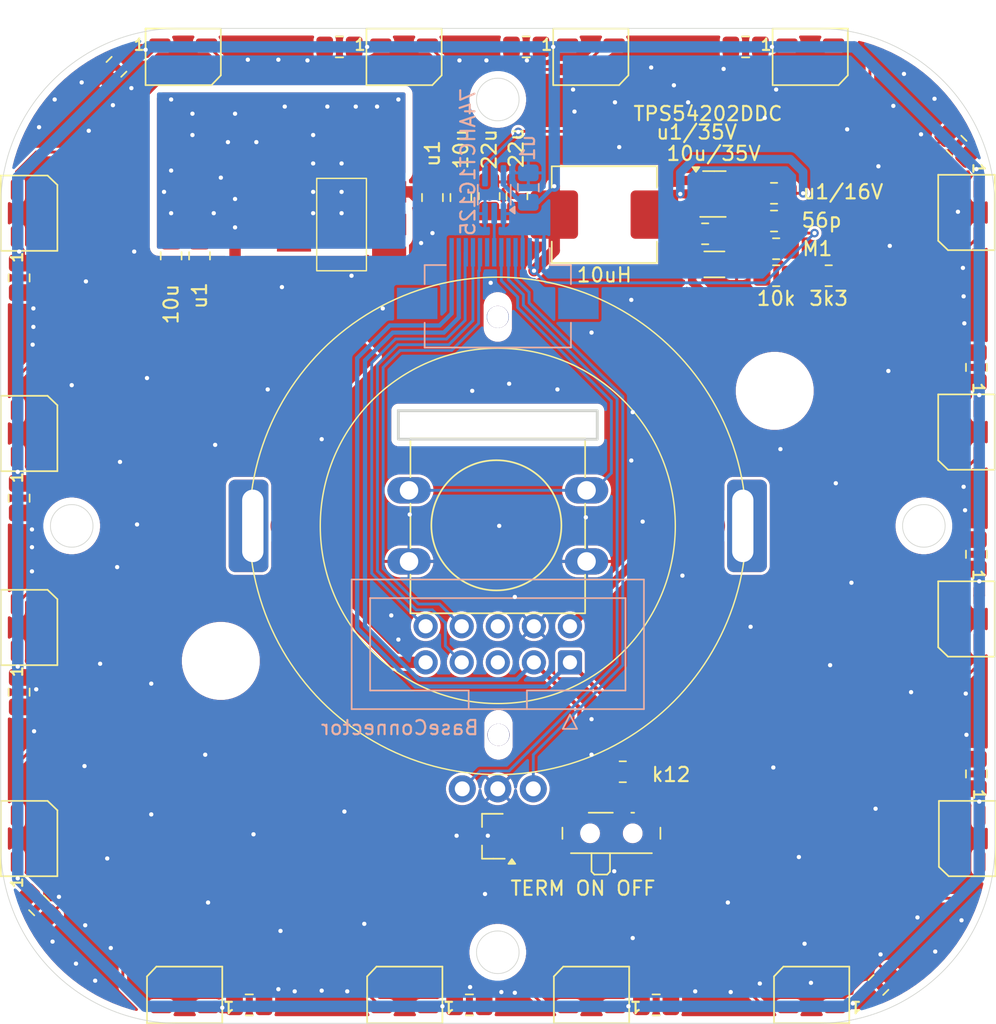
<source format=kicad_pcb>
(kicad_pcb (version 20241229) (generator "pcbnew") (generator_version "9.0")
  (layers (0 "F.Cu" signal) (2 "B.Cu" signal) (13 "F.Paste" user) (15 "B.Paste" user) (5 "F.SilkS" user "F.Silkscreen") (7 "B.SilkS" user "B.Silkscreen") (1 "F.Mask" user) (3 "B.Mask" user) (25 "Edge.Cuts" user))
  (net 0 "")
  (net 1 "CANL")
  (net 2 "CANH")
  (net 3 "GND")
  (net 4 "+24V")
  (net 5 "+5V")
  (net 6 "/PSU_SW")
  (net 7 "SCL_EXT")
  (net 8 "B")
  (net 9 "A")
  (net 10 "SDA_EXT")
  (net 11 "S")
  (net 12 "+3V3")
  (net 13 "/BOOT")
  (net 14 "/FB")
  (net 15 "Net-(D2-DOUT)")
  (net 16 "Net-(D2-DIN)")
  (net 17 "Net-(D3-DOUT)")
  (net 18 "Net-(D4-DOUT)")
  (net 19 "Net-(D5-DOUT)")
  (net 20 "Net-(D6-DOUT)")
  (net 21 "Net-(D7-DOUT)")
  (net 22 "Net-(D8-DOUT)")
  (net 23 "Net-(D10-DIN)")
  (net 24 "Net-(D10-DOUT)")
  (net 25 "Net-(D11-DOUT)")
  (net 26 "Net-(D12-DOUT)")
  (net 27 "Net-(D13-DOUT)")
  (net 28 "Net-(D14-DOUT)")
  (net 29 "Net-(D15-DOUT)")
  (net 30 "Net-(D16-DOUT)")
  (net 31 "BaseIO1")
  (net 32 "BaseIO2")
  (net 33 "Onewire")
  (net 34 "Net-(R49-Pad2)")
  (net 37 "IO10")
  (net 38 "IO11")
  (net 39 "Net-(SW2-B)")
  (footprint "liebler_MECH:Button_12mm_ANCHOR_CENTER" (layer "F.Cu") (at 100 100 180)
    (property "Reference" "SW1" (hide yes))
    (property "Value" "SW_Push")
  )
  (footprint "Capacitor_SMD:C_0805_2012Metric_Pad1.18x1.45mm_HandSolder" (layer "F.Cu") (at 88.85 66.3)
    (property "Reference" "C15" (hide yes))
    (property "Value" "u1")
  )
  (footprint "Capacitor_SMD:C_0805_2012Metric_Pad1.18x1.45mm_HandSolder" (layer "F.Cu") (at 67.7 126.7 135)
    (property "Reference" "C20" (hide yes))
    (property "Value" "u1")
  )
  (footprint "liebler_MECH:SW_SPDT_PCM12_handsolder" (layer "F.Cu") (at 108 121.3)
    (property "Reference" "SW2" (hide yes))
    (property "Value" "TERM ON OFF")
  )
  (footprint "Package_TO_SOT_SMD:SOT-23_Handsoldering" (layer "F.Cu") (at 99.65 121.8375 180)
    (property "Reference" "D1" (hide yes))
    (property "Value" "NUP2105L")
  )
  (footprint "LED_SMD:LED_WS2812B-Mini_PLCC4_3.5x3.5mm" (layer "F.Cu") (at 67 93.5 90)
    (property "Reference" "D6" (hide yes))
    (property "Value" "WS2812B")
  )
  (footprint "LED_SMD:LED_WS2812B-Mini_PLCC4_3.5x3.5mm" (layer "F.Cu") (at 122.1 133 180)
    (property "Reference" "D12" (hide yes))
    (property "Value" "WS2812B")
  )
  (footprint "MountingHole:MountingHole_5mm" (layer "F.Cu") (at 80.5 109.5)
    (property "Reference" "H1" (hide yes))
    (property "Value" "MountingHole")
  )
  (footprint "LED_SMD:LED_WS2812B-Mini_PLCC4_3.5x3.5mm" (layer "F.Cu") (at 67 107.15 90)
    (property "Reference" "D7" (hide yes))
    (property "Value" "WS2812B")
  )
  (footprint "Capacitor_SMD:C_0805_2012Metric_Pad1.18x1.45mm_HandSolder" (layer "F.Cu") (at 98 133.7 180)
    (property "Reference" "C22" (hide yes))
    (property "Value" "u1")
  )
  (footprint "LED_SMD:LED_WS2812B-Mini_PLCC4_3.5x3.5mm" (layer "F.Cu") (at 133.05 122 -90)
    (property "Reference" "D13" (hide yes))
    (property "Value" "WS2812B")
  )
  (footprint "Capacitor_SMD:C_0805_2012Metric_Pad1.18x1.45mm_HandSolder" (layer "F.Cu") (at 66.3 82.55 90)
    (property "Reference" "C17" (hide yes))
    (property "Value" "u1")
  )
  (footprint "Resistor_SMD:R_0805_2012Metric_Pad1.20x1.40mm_HandSolder" (layer "F.Cu") (at 119.45 76.6)
    (property "Reference" "C81" (hide yes))
    (property "Value" "u1/16V")
  )
  (footprint "Resistor_SMD:R_0805_2012Metric_Pad1.20x1.40mm_HandSolder" (layer "F.Cu") (at 114.6 79.45 180)
    (property "Reference" "C79" (hide yes))
    (property "Value" "u1/35V")
  )
  (footprint "Resistor_SMD:R_0805_2012Metric_Pad1.20x1.40mm_HandSolder" (layer "F.Cu") (at 108.8 117.3)
    (property "Reference" "R1" (hide yes))
    (property "Value" "k12")
  )
  (footprint "Resistor_SMD:R_0805_2012Metric_Pad1.20x1.40mm_HandSolder" (layer "F.Cu") (at 123.3 82.4 180)
    (property "Reference" "R49" (hide yes))
    (property "Value" "3k3")
  )
  (footprint "LED_SMD:LED_WS2812B-Mini_PLCC4_3.5x3.5mm" (layer "F.Cu") (at 133 93.4 -90)
    (property "Reference" "D15" (hide yes))
    (property "Value" "WS2812B")
  )
  (footprint "LED_SMD:LED_WS2812B-Mini_PLCC4_3.5x3.5mm" (layer "F.Cu") (at 77.85 67)
    (property "Reference" "D4" (hide yes))
    (property "Value" "WS2812B")
  )
  (footprint "Capacitor_SMD:C_0805_2012Metric_Pad1.18x1.45mm_HandSolder" (layer "F.Cu") (at 111.15 133.7 180)
    (property "Reference" "C23" (hide yes))
    (property "Value" "u1")
  )
  (footprint "Capacitor_SMD:C_0805_2012Metric_Pad1.18x1.45mm_HandSolder" (layer "F.Cu") (at 126.8 132.3 -135)
    (property "Reference" "C24" (hide yes))
    (property "Value" "u1")
  )
  (footprint "LED_SMD:LED_WS2812B-Mini_PLCC4_3.5x3.5mm" (layer "F.Cu") (at 133 106.55 -90)
    (property "Reference" "D14" (hide yes))
    (property "Value" "WS2812B")
  )
  (footprint "Capacitor_SMD:C_0805_2012Metric_Pad1.18x1.45mm_HandSolder" (layer "F.Cu") (at 73.15 67.7 45)
    (property "Reference" "C16" (hide yes))
    (property "Value" "u1")
  )
  (footprint "Capacitor_SMD:C_0805_2012Metric_Pad1.18x1.45mm_HandSolder" (layer "F.Cu") (at 132.3 73.25 -45)
    (property "Reference" "C28" (hide yes))
    (property "Value" "u1")
  )
  (footprint "Resistor_SMD:R_0805_2012Metric_Pad1.20x1.40mm_HandSolder" (layer "F.Cu") (at 99.4 76.8 90)
    (property "Reference" "C84" (hide yes))
    (property "Value" "22u")
  )
  (footprint "LED_SMD:LED_WS2812B-Mini_PLCC4_3.5x3.5mm" (layer "F.Cu") (at 93.45 133 180)
    (property "Reference" "D10" (hide yes))
    (property "Value" "WS2812B")
  )
  (footprint "Capacitor_SMD:C_0805_2012Metric_Pad1.18x1.45mm_HandSolder" (layer "F.Cu") (at 133.7 102 -90)
    (property "Reference" "C26" (hide yes))
    (property "Value" "u1")
  )
  (footprint "Capacitor_SMD:C_0805_2012Metric_Pad1.18x1.45mm_HandSolder" (layer "F.Cu") (at 133.7 88.85 -90)
    (property "Reference" "C27" (hide yes))
    (property "Value" "u1")
  )
  (footprint "LED_SMD:LED_WS2812B-Mini_PLCC4_3.5x3.5mm" (layer "F.Cu") (at 67 78 90)
    (property "Reference" "D5" (hide yes))
    (property "Value" "WS2812B")
  )
  (footprint "Capacitor_SMD:C_0805_2012Metric_Pad1.18x1.45mm_HandSolder" (layer "F.Cu") (at 77 81 -90)
    (property "Reference" "C12" (hide yes))
    (property "Value" "10u")
  )
  (footprint "Capacitor_SMD:C_0805_2012Metric_Pad1.18x1.45mm_HandSolder" (layer "F.Cu") (at 117.45 66.3)
    (property "Reference" "C29" (hide yes))
    (property "Value" "u1")
  )
  (footprint "LED_SMD:LED_WS2812B-Mini_PLCC4_3.5x3.5mm" (layer "F.Cu") (at 133 77.95 -90)
    (property "Reference" "D16" (hide yes))
    (property "Value" "WS2812B")
  )
  (footprint "MountingHole:MountingHole_5mm" (layer "F.Cu") (at 119.5 90.5)
    (property "Reference" "H2" (hide yes))
    (property "Value" "MountingHole")
  )
  (footprint "LED_SMD:LED_WS2812B-Mini_PLCC4_3.5x3.5mm" (layer "F.Cu") (at 122 67)
    (property "Reference" "D17" (hide yes))
    (property "Value" "WS2812B")
  )
  (footprint "liebler_SEMICONDUCTORS:SOT-223-3_TabPin2_HANDSOLDER" (layer "F.Cu") (at 89 78.8 180)
    (property "Reference" "U4" (hide yes))
    (property "Value" "AMS1117-3.3")
  )
  (footprint "liebler_PASSIVES:L_0630" (layer "F.Cu") (at 107.5 78.1)
    (property "Reference" "L4" (hide yes))
    (property "Value" "10uH")
  )
  (footprint "LED_SMD:LED_WS2812B-Mini_PLCC4_3.5x3.5mm" (layer "F.Cu") (at 77.95 133 180)
    (property "Reference" "D9" (hide yes))
    (property "Value" "WS2812B")
  )
  (footprint "Capacitor_SMD:C_0805_2012Metric_Pad1.18x1.45mm_HandSolder" (layer "F.Cu") (at 95.4 76.9 90)
    (property "Reference" "C10" (hide yes))
    (property "Value" "u1")
  )
  (footprint "LED_SMD:LED_WS2812B-Mini_PLCC4_3.5x3.5mm" (layer "F.Cu") (at 67 122 90)
    (property "Reference" "D8" (hide yes))
    (property "Value" "WS2812B")
  )
  (footprint "Resistor_SMD:R_0805_2012Metric_Pad1.20x1.40mm_HandSolder" (layer "F.Cu") (at 119.45 78.55)
    (property "Reference" "C82" (hide yes))
    (property "Value" "56p")
  )
  (footprint "Capacitor_SMD:C_0805_2012Metric_Pad1.18x1.45mm_HandSolder" (layer "F.Cu") (at 82.5 133.7 180)
    (property "Reference" "C21" (hide yes))
    (property "Value" "u1")
  )
  (footprint "LED_SMD:LED_WS2812B-Mini_PLCC4_3.5x3.5mm" (layer "F.Cu") (at 106.55 67)
    (property "Reference" "D2" (hide yes))
    (property "Value" "WS2812B")
  )
  (footprint "Capacitor_SMD:C_1206_3216Metric_Pad1.33x1.80mm_HandSolder" (layer "F.Cu") (at 115.25 81.6 180)
    (property "Reference" "C80" (hide yes))
    (property "Value" "10u/35V")
  )
  (footprint "LED_SMD:LED_WS2812B-Mini_PLCC4_3.5x3.5mm" (layer "F.Cu") (at 93.4 67)
    (property "Reference" "D3" (hide yes))
    (property "Value" "WS2812B")
  )
  (footprint "Capacitor_SMD:C_0805_2012Metric_Pad1.18x1.45mm_HandSolder" (layer "F.Cu") (at 97.4 76.9 90)
    (property "Reference" "C9" (hide yes))
    (property "Value" "10u")
  )
  (footprint "Capacitor_SMD:C_0805_2012Metric_Pad1.18x1.45mm_HandSolder" (layer "F.Cu") (at 79 81 -90)
    (property "Reference" "C11" (hide yes))
    (property "Value" "u1")
  )
  (footprint "Capacitor_SMD:C_0805_2012Metric_Pad1.18x1.45mm_HandSolder" (layer "F.Cu") (at 66.3 98.05 90)
    (property "Reference" "C18" (hide yes))
    (property "Value" "u1")
  )
  (footprint "LED_SMD:LED_WS2812B-Mini_PLCC4_3.5x3.5mm" (layer "F.Cu") (at 106.6 133 180)
    (property "Reference" "D11" (hide yes))
    (property "Value" "WS2812B")
  )
  (footprint "Capacitor_SMD:C_0805_2012Metric_Pad1.18x1.45mm_HandSolder" (layer "F.Cu") (at 102 66.3)
    (property "Reference" "C14" (hide yes))
    (property "Value" "u1")
  )
  (footprint "Resistor_SMD:R_0805_2012Metric_Pad1.20x1.40mm_HandSolder" (layer "F.Cu") (at 119.6 82.4 180)
    (property "Reference" "R60" (hide yes))
    (property "Value" "10k")
  )
  (footprint "Resistor_SMD:R_0805_2012Metric_Pad1.20x1.40mm_HandSolder" (layer "F.Cu") (at 101.35 76.8 90)
    (property "Reference" "C83" (hide yes))
    (property "Value" "22u")
  )
  (footprint "Resistor_SMD:R_0805_2012Metric_Pad1.20x1.40mm_HandSolder" (layer "F.Cu") (at 119.6 80.5 180)
    (property "Reference" "R59" (hide yes))
    (property "Value" "M1")
  )
  (footprint "Capacitor_SMD:C_0805_2012Metric_Pad1.18x1.45mm_HandSolder" (layer "F.Cu") (at 66.3 111.7 90)
    (property "Reference" "C19" (hide yes))
    (property "Value" "u1")
  )
  (footprint "Package_TO_SOT_SMD:SOT-23-6_Handsoldering" (layer "F.Cu") (at 115.15 76.65)
    (property "Reference" "U27" (hide yes))
    (property "Value" "TPS54202DDC")
  )
  (footprint "liebler_MECH:Encoder Alps-Alpine EC35" (layer "F.Cu") (at 100 100)
    (property "Reference" "SW3" (hide yes))
    (property "Value" "RotaryEncoder")
  )
  (footprint "Capacitor_SMD:C_0805_2012Metric_Pad1.18x1.45mm_HandSolder" (layer "F.Cu") (at 133.7 117.45 -90)
    (property "Reference" "C25" (hide yes))
    (property "Value" "u1")
  )
  (footprint "Connector_IDC:IDC-Header_2x05_P2.54mm_Vertical" (layer "B.Cu") (at 105.08 109.6025 90)
    (property "Reference" "J3" (hide yes))
    (property "Value" "BaseConnector")
  )
  (footprint "Capacitor_SMD:C_0805_2012Metric_Pad1.18x1.45mm_HandSolder" (layer "B.Cu") (at 102.15 76.2 90)
    (property "Reference" "C13" (hide yes))
    (property "Value" "u1")
  )
  (footprint "liebler_CONN:Hirose_FH12-14S-0.5SH_1x14-1MP_P0.50mm_Horizontal_handsolder" (layer "B.Cu") (at 100 82.95 180)
    (property "Reference" "J5" (hide yes))
    (property "Value" "ToBase")
  )
  (footprint "Package_TO_SOT_SMD:SOT-353_SC-70-5_Handsoldering" (layer "B.Cu") (at 99.75 76.7 90)
    (property "Reference" "U5" (hide yes))
    (property "Value" "74AHCT1G125")
  )
  (gr_circle (center 70 100) (end 70 98.5) (stroke (width 0.05)) (fill no) (layer "Edge.Cuts"))
  (gr_arc (start 122.5 65) (mid 131.338835 68.661165) (end 135 77.5) (stroke (width 0.05)) (layer "Edge.Cuts"))
  (gr_rect (start 93 91.9) (end 107 93.9) (stroke (width 0.2)) (fill no) (layer "Edge.Cuts"))
  (gr_line (start 77.5 135) (end 122.5 135) (stroke (width 0.05)) (layer "Edge.Cuts"))
  (gr_arc (start 77.5 135) (mid 68.661165 131.338835) (end 65 122.5) (stroke (width 0.05)) (layer "Edge.Cuts"))
  (gr_circle (center 100 130) (end 100 128.5) (stroke (width 0.05)) (fill no) (layer "Edge.Cuts"))
  (gr_line (start 122.5 65) (end 77.5 65) (stroke (width 0.05)) (layer "Edge.Cuts"))
  (gr_arc (start 65 77.5) (mid 68.661165 68.661165) (end 77.5 65) (stroke (width 0.05)) (layer "Edge.Cuts"))
  (gr_arc (start 135 122.5) (mid 131.338835 131.338835) (end 122.5 135) (stroke (width 0.05)) (layer "Edge.Cuts"))
  (gr_circle (center 130 100) (end 130 98.5) (stroke (width 0.05)) (fill no) (layer "Edge.Cuts"))
  (gr_line (start 65 77.5) (end 65 122.5) (stroke (width 0.05)) (layer "Edge.Cuts"))
  (gr_line (start 135 122.5) (end 135 77.5) (stroke (width 0.05)) (layer "Edge.Cuts"))
  (gr_circle (center 100 70) (end 100 68.5) (stroke (width 0.05)) (fill no) (layer "Edge.Cuts"))
  (segment (start 108 112.5225) (end 105.08 109.6025) (width 0.3) (layer "F.Cu") (net 1))
  (segment (start 101.8435 123.481) (end 106.819 123.481) (width 0.3) (layer "F.Cu") (net 1))
  (segment (start 101.15 122.7875) (end 101.8435 123.481) (width 0.3) (layer "F.Cu") (net 1))
  (segment (start 108 122.3) (end 108 112.5225) (width 0.3) (layer "F.Cu") (net 1))
  (segment (start 106.819 123.481) (end 108 122.3) (width 0.3) (layer "F.Cu") (net 1))
  (segment (start 96.75 85.05) (end 95.9 85.9) (width 0.3) (layer "B.Cu") (net 1))
  (segment (start 90.099 88.201) (end 90.099 107.188492) (width 0.3) (layer "B.Cu") (net 1))
  (segment (start 103.378 111.3045) (end 105.08 109.6025) (width 0.3) (layer "B.Cu") (net 1))
  (segment (start 94.215008 111.3045) (end 103.378 111.3045) (width 0.3) (layer "B.Cu") (net 1))
  (segment (start 96.75 80.75) (end 96.75 85.05) (width 0.3) (layer "B.Cu") (net 1))
  (segment (start 92.4 85.9) (end 90.099 88.201) (width 0.3) (layer "B.Cu") (net 1))
  (segment (start 95.9 85.9) (end 92.4 85.9) (width 0.3) (layer "B.Cu") (net 1))
  (segment (start 90.099 107.188492) (end 94.215008 111.3045) (width 0.3) (layer "B.Cu") (net 1))
  (segment (start 105.399 121.271) (end 105.75 120.92) (width 0.3) (layer "F.Cu") (net 2))
  (segment (start 105.75 120.92) (end 105.75 119.62) (width 0.3) (layer "F.Cu") (net 2))
  (segment (start 105.75 112.8125) (end 102.54 109.6025) (width 0.3) (layer "F.Cu") (net 2))
  (segment (start 101.5335 121.271) (end 105.399 121.271) (width 0.3) (layer "F.Cu") (net 2))
  (segment (start 101.15 120.8875) (end 101.5335 121.271) (width 0.3) (layer "F.Cu") (net 2))
  (segment (start 105.75 119.62) (end 105.75 112.8125) (width 0.3) (layer "F.Cu") (net 2))
  (segment (start 90.65 88.35852) (end 92.60752 86.401) (width 0.3) (layer "B.Cu") (net 2))
  (segment (start 101.339 110.8035) (end 94.422529 110.8035) (width 0.3) (layer "B.Cu") (net 2))
  (segment (start 94.422529 110.8035) (end 90.65 107.030971) (width 0.3) (layer "B.Cu") (net 2))
  (segment (start 90.65 107.030971) (end 90.65 88.35852) (width 0.3) (layer "B.Cu") (net 2))
  (segment (start 97.25 85.35) (end 97.25 80.75) (width 0.3) (layer "B.Cu") (net 2))
  (segment (start 92.60752 86.401) (end 96.199 86.401) (width 0.3) (layer "B.Cu") (net 2))
  (segment (start 102.54 109.6025) (end 101.339 110.8035) (width 0.3) (layer "B.Cu") (net 2))
  (segment (start 96.199 86.401) (end 97.25 85.35) (width 0.3) (layer "B.Cu") (net 2))
  (via (at 100.8 90) (size 0.6) (drill 0.3) (layers "F.Cu" "B.Cu") (net 3))
  (via (at 106.6 116.1) (size 0.6) (drill 0.3) (layers "F.Cu" "B.Cu") (net 3))
  (via (at 129.1 111.7) (size 0.6) (drill 0.3) (layers "F.Cu" "B.Cu") (net 3))
  (via (at 119.6 69.3) (size 0.6) (drill 0.3) (layers "F.Cu" "B.Cu") (net 3))
  (via (at 132.8 83.85) (size 0.6) (drill 0.3) (layers "F.Cu" "B.Cu") (net 3))
  (via (at 127.5 89.1) (size 0.6) (drill 0.3) (layers "F.Cu" "B.Cu") (net 3))
  (via (at 95.4 79.4) (size 0.6) (drill 0.3) (layers "F.Cu" "B.Cu") (net 3))
  (via (at 124.6 72.1) (size 0.6) (drill 0.3) (layers "F.Cu" "B.Cu") (net 3))
  (via (at 67.35 114.45) (size 0.6) (drill 0.3) (layers "F.Cu" "B.Cu") (net 3))
  (via (at 116.4 132.8) (size 0.6) (drill 0.3) (layers "F.Cu" "B.Cu") (net 3))
  (via (at 108.2 124.3) (size 0.6) (drill 0.3) (layers "F.Cu" "B.Cu") (net 3))
  (via (at 128.6 68.2) (size 0.6) (drill 0.3) (layers "F.Cu" "B.Cu") (net 3))
  (via (at 113.4 70.2) (size 0.6) (drill 0.3) (layers "F.Cu" "B.Cu") (net 3))
  (via (at 132.95 111.8) (size 0.6) (drill 0.3) (layers "F.Cu" "B.Cu") (net 3))
  (via (at 67.3 86) (size 0.6) (drill 0.3) (layers "F.Cu" "B.Cu") (net 3))
  (via (at 106.6 113.6) (size 0.6) (drill 0.3) (layers "F.Cu" "B.Cu") (net 3))
  (via (at 80.1 94.3) (size 0.6) (drill 0.3) (layers "F.Cu" "B.Cu") (net 3))
  (via (at 115.9 67.85) (size 0.6) (drill 0.3) (layers "F.Cu" "B.Cu") (net 3))
  (via (at 73.2 102.9) (size 0.6) (drill 0.3) (layers "F.Cu" "B.Cu") (net 3))
  (via (at 84.8 83.2) (size 0.6) (drill 0.3) (layers "F.Cu" "B.Cu") (net 3))
  (via (at 118.45 132.2) (size 0.6) (drill 0.3) (layers "F.Cu" "B.Cu") (net 3))
  (via (at 126.8 74.7) (size 0.6) (drill 0.3) (layers "F.Cu" "B.Cu") (net 3))
  (via (at 70.3 130.8) (size 0.6) (drill 0.3) (layers "F.Cu" "B.Cu") (net 3))
  (via (at 82.4 67.2) (size 0.6) (drill 0.3) (layers "F.Cu" "B.Cu") (net 3))
  (via (at 121.2 123.3) (size 0.6) (drill 0.3) (layers "F.Cu" "B.Cu") (net 3))
  (via (at 119.4 117) (size 0.6) (drill 0.3) (layers "F.Cu" "B.Cu") (net 3))
  (via (at 126.95 130.15) (size 0.6) (drill 0.3) (layers "F.Cu" "B.Cu") (net 3))
  (via (at 132.4 77.9) (size 0.6) (drill 0.3) (layers "F.Cu" "B.Cu") (net 3))
  (via (at 99.2 67.25) (size 0.6) (drill 0.3) (layers "F.Cu" "B.Cu") (net 3))
  (via (at 123.4 109.8) (size 0.6) (drill 0.3) (layers "F.Cu" "B.Cu") (net 3))
  (via (at 74.2 69.2) (size 0.6) (drill 0.3) (layers "F.Cu" "B.Cu") (net 3))
  (via (at 90.6 128) (size 0.6) (drill 0.3) (layers "F.Cu" "B.Cu") (net 3))
  (via (at 79.4 116.1) (size 0.6) (drill 0.3) (layers "F.Cu" "B.Cu") (net 3))
  (via (at 118.8 71.3) (size 0.6) (drill 0.3) (layers "F.Cu" "B.Cu") (net 3))
  (via (at 74.4 80.7) (size 0.6) (drill 0.3) (layers "F.Cu" "B.Cu") (net 3))
  (via (at 98.05 132.45) (size 0.6) (drill 0.3) (layers "F.Cu" "B.Cu") (net 3))
  (via (at 93 108) (size 0.6) (drill 0.3) (layers "F.Cu" "B.Cu") (net 3))
  (via (at 129.8 72.45) (size 0.6) (drill 0.3) (layers "F.Cu" "B.Cu") (net 3))
  (via (at 127.85 70.45) (size 0.6) (drill 0.3) (layers "F.Cu" "B.Cu") (net 3))
  (via (at 93.8 99.2) (size 0.6) (drill 0.3) (layers "F.Cu" "B.Cu") (net 3))
  (via (at 113.9 132.75) (size 0.6) (drill 0.3) (layers "F.Cu" "B.Cu") (net 3))
  (via (at 84.55 67.2) (size 0.6) (drill 0.3) (layers "F.Cu" "B.Cu") (net 3))
  (via (at 100.25 132.8) (size 0.6) (drill 0.3) (layers "F.Cu" "B.Cu") (net 3))
  (via (at 112.4 69) (size 0.6) (drill 0.3) (layers "F.Cu" "B.Cu") (net 3))
  (via (at 89.2 120.1) (size 0.6) (drill 0.3) (layers "F.Cu" "B.Cu") (net 3))
  (via (at 132.65 127.75) (size 0.6) (drill 0.3) (layers "F.Cu" "B.Cu") (net 3))
  (via (at 106.6 86.4) (size 0.6) (drill 0.3) (layers "F.Cu" "B.Cu") (net 3))
  (via (at 108.55 73.35) (size 0.6) (drill 0.3) (layers "F.Cu" "B.Cu") (net 3))
  (via (at 89.4 132.75) (size 0.6) (drill 0.3) (layers "F.Cu" "B.Cu") (net 3))
  (via (at 117.8 107.1) (size 0.6) (drill 0.3) (layers "F.Cu" "B.Cu") (net 3))
  (via (at 87.6 93.9) (size 0.6) (drill 0.3) (layers "F.Cu" "B.Cu") (net 3))
  (via (at 82.8 121.7) (size 0.6) (drill 0.3) (layers "F.Cu" "B.Cu") (net 3))
  (via (at 97.3 67.25) (size 0.6) (drill 0.3) (layers "F.Cu" "B.Cu") (net 3))
  (via (at 70 90.1) (size 0.6) (drill 0.3) (layers "F.Cu" "B.Cu") (net 3))
  (via (at 105.3 69.3) (size 0.6) (drill 0.3) (layers "F.Cu" "B.Cu") (net 3))
  (via (at 133 114.7) (size 0.6) (drill 0.3) (layers "F.Cu" "B.Cu") (net 3))
  (via (at 122.05 132.15) (size 0.6) (drill 0.3) (layers "F.Cu" "B.Cu") (net 3))
  (via (at 123.8 97) (size 0.6) (drill 0.3) (layers "F.Cu" "B.Cu") (net 3))
  (via (at 109.4 84.1) (size 0.6) (drill 0.3) (layers "F.Cu" "B.Cu") (net 3))
  (via (at 67.25 87.25) (size 0.6) (drill 0.3) (layers "F.Cu" "B.Cu") (net 3))
  (via (at 70.7 68.8) (size 0.6) (drill 0.3) (layers "F.Cu" "B.Cu") (net 3))
  (via (at 70.9 116.9) (size 0.6) (drill 0.3) (layers "F.Cu" "B.Cu") (net 3))
  (via (at 99.1 125.9) (size 0.6) (drill 0.3) (layers "F.Cu" "B.Cu") (net 3))
  (via (at 68.8 70) (size 0.6) (drill 0.3) (layers "F.Cu" "B.Cu") (net 3))
  (via (at 86.6 67.25) (size 0.6) (drill 0.3) (layers "F.Cu" "B.Cu") (net 3))
  (via (at 72.5 123.4) (size 0.6) (drill 0.3) (layers "F.Cu" "B.Cu") (net 3))
  (via (at 129.55 127.55) (size 0.6) (drill 0.3) (layers "F.Cu" "B.Cu") (net 3))
  (via (at 110.2 99.7) (size 0.6) (drill 0.3) (layers "F.Cu" "B.Cu") (net 3))
  (via (at 72.9 70.4) (size 0.6) (drill 0.3) (layers "F.Cu" "B.Cu") (net 3))
  (via (at 119.9 94.6) (size 0.6) (drill 0.3) (layers "F.Cu" "B.Cu") (net 3))
  (via (at 121.6 129.4) (size 0.6) (drill 0.3) (layers "F.Cu" "B.Cu") (net 3))
  (via (at 127.6 80.3) (size 0.6) (drill 0.3) (layers "F.Cu" "B.Cu") (net 3))
  (via (at 109.4 95.4) (size 0.6) (drill 0.3) (layers "F.Cu" "B.Cu") (net 3))
  (via (at 67.2 100.25) (size 0.6) (drill 0.3) (layers "F.Cu" "B.Cu") (net 3))
  (via (at 72 109.7) (size 0.6) (drill 0.3) (layers "F.Cu" "B.Cu") (net 3))
  (via (at 75.3 89.6) (size 0.6) (drill 0.3) (layers "F.Cu" "B.Cu") (net 3))
  (via (at 124.9 104) (size 0.6) (drill 0.3) (layers "F.Cu" "B.Cu") (net 3))
  (via (at 130.8 129.95) (size 0.6) (drill 0.3) (layers "F.Cu" "B.Cu") (net 3))
  (via (at 72.75 129.7) (size 0.6) (drill 0.3) (layers "F.Cu" "B.Cu") (net 3))
  (via (at 97.1 121.8) (size 0.6) (drill 0.3) (layers "F.Cu" "B.Cu") (net 3))
  (via (at 99.5 82.9) (size 0.6) (drill 0.3) (layers "F.Cu" "B.Cu") (net 3))
  (via (at 109.5 129) (size 0.6) (drill 0.3) (layers "F.Cu" "B.Cu") (net 3))
  (via (at 101.2 105) (size 0.6) (drill 0.3) (layers "F.Cu" "B.Cu") (net 3))
  (via (at 67.2 103.2) (size 0.6) (drill 0.3) (layers "F.Cu" "B.Cu") (net 3))
  (via (at 94.6 80.1) (size 0.6) (drill 0.3) (layers "F.Cu" "B.Cu") (net 3))
  (via (at 71.2 72.2) (size 0.6) (drill 0.3) (layers "F.Cu" "B.Cu") (net 3))
  (via (at 109.5 92) (size 0.6) (drill 0.3) (layers "F.Cu" "B.Cu") (net 3))
  (via (at 113 103.5) (size 0.6) (drill 0.3) (layers "F.Cu" "B.Cu") (net 3))
  (via (at 67.5 111.5) (size 0.6) (drill 0.3) (layers "F.Cu" "B.Cu") (net 3))
  (via (at 116.2 126.5) (size 0.6) (drill 0.3) (layers "F.Cu" "B.Cu") (net 3))
  (via (at 79.6 126.5) (size 0.6) (drill 0.3) (layers "F.Cu" "B.Cu") (net 3))
  (via (at 106.2 99.4) (size 0.6) (drill 0.3) (layers "F.Cu" "B.Cu") (net 3))
  (via (at 132.9 98.9) (size 0.6) (drill 0.3) (layers "F.Cu" "B.Cu") (net 3))
  (via (at 126.6 119.9) (size 0.6) (drill 0.3) (layers "F.Cu" "B.Cu") (net 3))
  (via (at 67.2 101.5) (size 0.6) (drill 0.3) (layers "F.Cu" "B.Cu") (net 3))
  (via (at 132.75 81.85) (size 0.6) (drill 0.3) (layers "F.Cu" "B.Cu") (net 3))
  (via (at 130.75 69.95) (size 0.6) (drill 0.3) (layers "F.Cu" "B.Cu") (net 3))
  (via (at 75.6 120.3) (size 0.6) (drill 0.3) (layers "F.Cu" "B.Cu") (net 3))
  (via (at 132.8 97.25) (size 0.6) (drill 0.3) (layers "F.Cu" "B.Cu") (net 3))
  (via (at 67.3 84.7) (size 0.6) (drill 0.3) (layers "F.Cu" "B.Cu") (net 3))
  (via (at 105.4 70.85) (size 0.6) (drill 0.3) (layers "F.Cu" "B.Cu") (net 3))
  (via (at 89.7 82.4) (size 0.6) (drill 0.3) (layers "F.Cu" "B.Cu") (net 3))
  (via (at 67.7 71.95) (size 0.6) (drill 0.3) (layers "F.Cu" "B.Cu") (net 3))
  (via (at 101.2 132.85) (size 0.6) (drill 0.3) (layers "F.Cu" "B.Cu") (net 3))
  (via (at 102.05 67.25) (size 0.6) (drill 0.3) (layers "F.Cu" "B.Cu") (net 3))
  (via (at 108.25 70.2) (size 0.6) (drill 0.3) (layers "F.Cu" "B.Cu") (net 3))
  (via (at 87.6 132.7) (size 0.6) (drill 0.3) (layers "F.Cu" "B.Cu") (net 3))
  (via (at 73.4 95.5) (size 0.6) (drill 0.3) (layers "F.Cu" "B.Cu") (net 3))
  (via (at 100.1 100) (size 0.6) (drill 0.3) (layers "F.Cu" "B.Cu") (net 3))
  (via (at 110.8 67.75) (size 0.6) (drill 0.3) (layers "F.Cu" "B.Cu") (net 3))
  (via (at 132.85 85.75) (size 0.6) (drill 0.3) (layers "F.Cu" "B.Cu") (net 3))
  (via (at 85.7 132.75) (size 0.6) (drill 0.3) (layers "F.Cu" "B.Cu") (net 3))
  (via (at 84.7 128.5) (size 0.6) (drill 0.3) (layers "F.Cu" "B.Cu") (net 3))
  (via (at 69.1 126.1) (size 0.6) (drill 0.3) (layers "F.Cu" "B.Cu") (net 3))
  (via (at 84.55 132.6) (size 0.6) (drill 0.3) (layers "F.Cu" "B.Cu") (net 3))
  (via (at 70.95 128.1) (size 0.6) (drill 0.3) (layers "F.Cu" "B.Cu") (net 3))
  (via (at 68.65 129.25) (size 0.6) (drill 0.3) (layers "F.Cu" "B.Cu") (net 3))
  (via (at 91.9 84.7) (size 0.6) (drill 0.3) (layers "F.Cu" "B.Cu") (net 3))
  (via (at 75.6 111.1) (size 0.6) (drill 0.3) (layers "F.Cu" "B.Cu") (net 3))
  (via (at 83.8 90.4) (size 0.6) (drill 0.3) (layers "F.Cu" "B.Cu") (net 3))
  (via (at 98.2 90.5) (size 0.6) (drill 0.3) (layers "F.Cu" "B.Cu") (net 3))
  (via (at 74.6 99.9) (size 0.6) (drill 0.3) (layers "F.Cu" "B.Cu") (net 3))
  (via (at 71.65 132) (size 0.6) (drill 0.3) (layers "F.Cu" "B.Cu") (net 3))
  (via (at 71 82.8) (size 0.6) (drill 0.3) (layers "F.Cu" "B.Cu") (net 3))
  (via (at 92.5 106.3) (size 0.6) (drill 0.3) (layers "F.Cu" "B.Cu") (net 3))
  (via (at 104.2 90.4) (size 0.6) (drill 0.3) (layers "F.Cu" "B.Cu") (net 3))
  (via (at 99.3 121.8) (size 0.6) (drill 0.3) (layers "F.Cu" "B.Cu") (net 3))
  (segment (start 94.6 80.1) (end 95.3 79.4) (width 0.6) (layer "B.Cu") (net 3))
  (segment (start 95.3 79.4) (end 95.4 79.4) (width 0.6) (layer "B.Cu") (net 3))
  (segment (start 105.08 107.0625) (end 112.670431 99.472069) (width 0.6) (layer "F.Cu") (net 4))
  (segment (start 117.4 87) (end 117.4 86.54173) (width 0.6) (layer "F.Cu") (net 4))
  (segment (start 112.670431 91.729569) (end 117.4 87) (width 0.6) (layer "F.Cu") (net 4))
  (segment (start 117.4 86.54173) (end 113.6875 82.82923) (width 0.6) (layer "F.Cu") (net 4))
  (segment (start 113.8 77.6) (end 113.8 79.25) (width 0.2) (layer "F.Cu") (net 4))
  (segment (start 113.6875 81.6) (end 113.6875 79.5375) (width 0.2) (layer "F.Cu") (net 4))
  (segment (start 113.6875 82.82923) (end 113.6875 81.6) (width 0.6) (layer "F.Cu") (net 4))
  (segment (start 113.8 77.6) (end 113.8 81.4875) (width 0.6) (layer "F.Cu") (net 4))
  (segment (start 112.670431 99.472069) (end 112.670431 91.729569) (width 0.6) (layer "F.Cu") (net 4))
  (segment (start 75.353623 66.966377) (end 76.21 66.11) (width 0.2) (layer "F.Cu") (net 5))
  (segment (start 103.9 66.3) (end 104.72 66.3) (width 0.2) (layer "F.Cu") (net 5))
  (segment (start 92.35 76.5) (end 93.914576 76.5) (width 0.8) (layer "F.Cu") (net 5))
  (segment (start 118.4875 66.3) (end 120.17 66.3) (width 0.2) (layer "F.Cu") (net 5))
  (segment (start 101.35 77.95) (end 103.825 77.95) (width 0.2) (layer "F.Cu") (net 5))
  (segment (start 133.9 119.4) (end 133.9 118.6875) (width 0.8) (layer "F.Cu") (net 5))
  (segment (start 66.3 81.5125) (end 66.3 80.7) (width 0.8) (layer "F.Cu") (net 5))
  (segment (start 96.1 133.8) (end 96.8625 133.8) (width 0.8) (layer "F.Cu") (net 5))
  (segment (start 66.3 80.7) (end 66.3 79.83) (width 0.2) (layer "F.Cu") (net 5))
  (segment (start 123.74 133.89) (end 124.71 133.89) (width 0.4) (layer "F.Cu") (net 5))
  (segment (start 120.6 80.5) (end 120.6 79.4) (width 0.2) (layer "F.Cu") (net 5))
  (segment (start 81.2625 133.9) (end 81.4625 133.7) (width 0.8) (layer "F.Cu") (net 5))
  (segment (start 93.914576 76.5) (end 95.514576 78.1) (width 0.8) (layer "F.Cu") (net 5))
  (segment (start 133.9 118.6875) (end 133.7 118.4875) (width 0.8) (layer "F.Cu") (net 5))
  (segment (start 133.9 104.9) (end 133.89 104.91) (width 0.8) (layer "F.Cu") (net 5))
  (segment (start 125.5 133.6) (end 126.066377 133.033623) (width 0.8) (layer "F.Cu") (net 5))
  (segment (start 103.975 80.625) (end 103.975 78.1) (width 0.8) (layer "F.Cu") (net 5))
  (segment (start 103.0375 66.3) (end 103.9 66.3) (width 0.2) (layer "F.Cu") (net 5))
  (segment (start 66.2 109.9) (end 66.2 110.5625) (width 0.8) (layer "F.Cu") (net 5))
  (segment (start 109.2 133.8) (end 110.0125 133.8) (width 0.8) (layer "F.Cu") (net 5))
  (segment (start 133.89 76.31) (end 133.89 75.09) (width 0.2) (layer "F.Cu") (net 5))
  (segment (start 66.2 124.8) (end 66.966377 125.566377) (width 0.8) (layer "F.Cu") (net 5))
  (segment (start 133.9 103.9) (end 133.9 104.9) (width 0.8) (layer "F.Cu") (net 5))
  (segment (start 120.6 79.4) (end 122.3 79.4) (width 0.2) (layer "F.Cu") (net 5))
  (segment (start 95.514576 78.1) (end 103.975 78.1) (width 0.8) (layer "F.Cu") (net 5))
  (segment (start 89.8875 66.3) (end 90.8 66.3) (width 0.8) (layer "F.Cu") (net 5))
  (segment (start 75.2 66.5) (end 74.35 66.5) (width 0.8) (layer "F.Cu") (net 5))
  (segment (start 133.7 74.65) (end 133.033623 73.983623) (width 0.2) (layer "F.Cu") (net 5))
  (segment (start 120.6 79.4) (end 120.6 78.7) (width 0.2) (layer "F.Cu") (net 5))
  (segment (start 133.89 90.81) (end 133.9 90.8) (width 0.2) (layer "F.Cu") (net 5))
  (segment (start 133.9 90.8) (end 133.9 90.0875) (width 0.2) (layer "F.Cu") (net 5))
  (segment (start 133.89 91.76) (end 133.89 90.81) (width 0.2) (layer "F.Cu") (net 5))
  (segment (start 73.883623 66.966377) (end 75.353623 66.966377) (width 0.2) (layer "F.Cu") (net 5))
  (segment (start 125 133.6) (end 125.5 133.6) (width 0.8) (layer "F.Cu") (net 5))
  (segment (start 90.8 66.3) (end 91.57 66.3) (width 0.2) (layer "F.Cu") (net 5))
  (segment (start 102.55 82.05) (end 103.975 80.625) (width 0.8) (layer "F.Cu") (net 5))
  (segment (start 74.35 66.5) (end 73.883623 66.966377) (width 0.8) (layer "F.Cu") (net 5))
  (segment (start 66.2 96.2) (end 66.2 96.9125) (width 0.8) (layer "F.Cu") (net 5))
  (segment (start 103.975 78.1) (end 103.975 76.1) (width 0.8) (layer "F.Cu") (net 5))
  (segment (start 133.89 75.09) (end 133.7 74.9) (width 0.2) (layer "F.Cu") (net 5))
  (segment (start 66.11 124.71) (end 66.2 124.8) (width 0.4) (layer "F.Cu") (net 5))
  (segment (start 133.7 74.9) (end 133.7 74.65) (width 0.2) (layer "F.Cu") (net 5))
  (segment (start 80.6 133.9) (end 81.2625 133.9) (width 0.8) (layer "F.Cu") (net 5))
  (segment (start 66.11 123.64) (end 66.11 124.71) (width 0.4) (layer "F.Cu") (net 5))
  (segment (start 66.966377 125.566377) (end 66.966377 125.966377) (width 0.8) (layer "F.Cu") (net 5))
  (segment (start 124.71 133.89) (end 125 133.6) (width 0.4) (layer "F.Cu") (net 5))
  (via (at 66.2 109.9) (size 0.6) (drill 0.3) (layers "F.Cu" "B.Cu") (net 5))
  (via (at 133.9 103.9) (size 0.6) (drill 0.3) (layers "F.Cu" "B.Cu") (net 5))
  (via (at 102.55 82.05) (size 0.6) (drill 0.3) (layers "F.Cu" "B.Cu") (net 5))
  (via (at 75.2 66.5) (size 0.6) (drill 0.3) (layers "F.Cu" "B.Cu") (net 5))
  (via (at 103.9 66.3) (size 0.6) (drill 0.3) (layers "F.Cu" "B.Cu") (net 5))
  (via (at 90.8 66.3) (size 0.6) (drill 0.3) (layers "F.Cu" "B.Cu") (net 5))
  (via (at 109.2 133.8) (size 0.6) (drill 0.3) (layers "F.Cu" "B.Cu") (net 5))
  (via (at 96.1 133.8) (size 0.6) (drill 0.3) (layers "F.Cu" "B.Cu") (net 5))
  (via (at 133.7 74.9) (size 0.6) (drill 0.3) (layers "F.Cu" "B.Cu") (net 5))
  (via (at 103.975 76.1) (size 0.6) (drill 0.3) (layers "F.Cu" "B.Cu") (net 5))
  (via (at 122.3 79.4) (size 0.6) (drill 0.3) (layers "F.Cu" "B.Cu") (net 5))
  (via (at 133.9 90.8) (size 0.6) (drill 0.3) (layers "F.Cu" "B.Cu") (net 5))
  (via (at 133.9 119.4) (size 0.6) (drill 0.3) (layers "F.Cu" "B.Cu") (net 5))
  (via (at 125 133.6) (size 0.6) (drill 0.3) (layers "F.Cu" "B.Cu") (net 5))
  (via (at 66.3 80.7) (size 0.6) (drill 0.3) (layers "F.Cu" "B.Cu") (net 5))
  (via (at 66.2 96.2) (size 0.6) (drill 0.3) (layers "F.Cu" "B.Cu") (net 5))
  (via (at 119.3 66.3) (size 0.6) (drill 0.3) (layers "F.Cu" "B.Cu") (net 5))
  (via (at 66.2 124.8) (size 0.6) (drill 0.3) (layers "F.Cu" "B.Cu") (net 5))
  (via (at 80.6 133.9) (size 0.6) (drill 0.3) (layers "F.Cu" "B.Cu") (net 5))
  (segment (start 133.874008 124.725992) (end 125 133.6) (width 0.8) (layer "B.Cu") (net 5))
  (segment (start 125.1 66.3) (end 133.7 74.9) (width 0.8) (layer "B.Cu") (net 5))
  (segment (start 96.1 133.8) (end 80 133.8) (width 0.8) (layer "B.Cu") (net 5))
  (segment (start 100.4 75.37) (end 100.4 76) (width 0.3) (layer "B.Cu") (net 5))
  (segment (start 96.1 133.8) (end 124.512113 133.8) (width 0.8) (layer "B.Cu") (net 5))
  (segment (start 80.5 133.8) (end 75.2 133.8) (width 0.8) (layer "B.Cu") (net 5))
  (segment (start 119.3 66.3) (end 125.1 66.3) (width 0.8) (layer "B.Cu") (net 5))
  (segment (start 102.15 77.2375) (end 102.8375 77.2375) (width 0.3) (layer "B.Cu") (net 5))
  (segment (start 103.975 76.1) (end 103.975 66.375) (width 0.8) (layer "B.Cu") (net 5))
  (segment (start 102.75 81.85) (end 102.55 82.05) (width 0.3) (layer "B.Cu") (net 5))
  (segment (start 102.25 81.75) (end 102.55 82.05) (width 0.3) (layer "B.Cu") (net 5))
  (segment (start 133.9 103.9) (end 133.9 119.4) (width 0.8) (layer "B.Cu") (net 5))
  (segment (start 133.9 90.8) (end 133.9 103.9) (width 0.8) (layer "B.Cu") (net 5))
  (segment (start 132.4 73.6) (end 133.9 75.1) (width 0.2) (layer "B.Cu") (net 5))
  (segment (start 133.7 74.9) (end 133.814859 75.014859) (width 0.8) (layer "B.Cu") (net 5))
  (segment (start 102.8375 77.2375) (end 103.975 76.1) (width 0.3) (layer "B.Cu") (net 5))
  (segment (start 118.8 82.9) (end 122.3 79.4) (width 0.2) (layer "B.Cu") (net 5))
  (segment (start 75.2 66.5) (end 66.2 75.5) (width 0.8) (layer "B.Cu") (net 5))
  (segment (start 102.75 80.75) (end 102.75 81.85) (width 0.3) (layer "B.Cu") (net 5))
  (segment (start 133.9 119.4) (end 133.9 124.612113) (width 0.8) (layer "B.Cu") (net 5))
  (segment (start 132.4 73.6) (end 133.7 74.9) (width 0.2) (layer "B.Cu") (net 5))
  (segment (start 133.9 75.387887) (end 133.9 90.8) (width 0.8) (layer "B.Cu") (net 5))
  (segment (start 103.9 66.3) (end 90.8 66.3) (width 0.8) (layer "B.Cu") (net 5))
  (segment (start 66.2 124.8) (end 66.2 109.9) (width 0.8) (layer "B.Cu") (net 5))
  (segment (start 75.4 66.3) (end 75.2 66.5) (width 0.8) (layer "B.Cu") (net 5))
  (segment (start 124.512113 133.8) (end 124.712113 133.6) (width 0.8) (layer "B.Cu") (net 5))
  (segment (start 133.9 124.612113) (end 133.874008 124.725992) (width 0.8) (layer "B.Cu") (net 5))
  (segment (start 133.814859 75.014859) (end 133.9 75.387887) (width 0.8) (layer "B.Cu") (net 5))
  (segment (start 90.8 66.3) (end 75.4 66.3) (width 0.8) (layer "B.Cu") (net 5))
  (segment (start 66.2 109.9) (end 66.2 96.2) (width 0.8) (layer "B.Cu") (net 5))
  (segment (start 100.4 76) (end 101.6375 77.2375) (width 0.3) (layer "B.Cu") (net 5))
  (segment (start 133.9 75.1) (end 133.9 90.8) (width 0.2) (layer "B.Cu") (net 5))
  (segment (start 102.55 82.05) (end 103.4 82.9) (width 0.2) (layer "B.Cu") (net 5))
  (segment (start 75.2 133.8) (end 66.2 124.8) (width 0.8) (layer "B.Cu") (net 5))
  (segment (start 66.2 75.5) (end 66.2 96.2) (width 0.8) (layer "B.Cu") (net 5))
  (segment (start 103.4 82.9) (end 118.8 82.9) (width 0.2) (layer "B.Cu") (net 5))
  (segment (start 103.975 66.375) (end 103.9 66.3) (width 0.8) (layer "B.Cu") (net 5))
  (segment (start 103.9 66.3) (end 119.3 66.3) (width 0.8) (layer "B.Cu") (net 5))
  (segment (start 124.712113 133.6) (end 125 133.6) (width 0.8) (layer "B.Cu") (net 5))
  (segment (start 102.25 80.75) (end 102.25 81.75) (width 0.3) (layer "B.Cu") (net 5))
  (segment (start 112.85 76.65) (end 112.475 76.65) (width 0.2) (layer "F.Cu") (net 6))
  (segment (start 120.45 76.6) (end 121.5 76.6) (width 0.2) (layer "F.Cu") (net 6))
  (segment (start 113.8 76.65) (end 112.475 76.65) (width 0.6) (layer "F.Cu") (net 6))
  (segment (start 112.475 76.65) (end 111.025 78.1) (width 0.6) (layer "F.Cu") (net 6))
  (segment (start 113.8 76.65) (end 112.85 76.65) (width 0.2) (layer "F.Cu") (net 6))
  (via (at 121.5 76.6) (size 0.6) (drill 0.3) (layers "F.Cu" "B.Cu") (net 6))
  (via (at 112.85 76.65) (size 0.6) (drill 0.3) (layers "F.Cu" "B.Cu") (net 6))
  (segment (start 120.6 74.2) (end 121.5 75.1) (width 0.6) (layer "B.Cu") (net 6))
  (segment (start 113.8 74.2) (end 120.6 74.2) (width 0.6) (layer "B.Cu") (net 6))
  (segment (start 112.85 75.15) (end 113.8 74.2) (width 0.6) (layer "B.Cu") (net 6))
  (segment (start 121.5 75.1) (end 121.5 76.6) (width 0.6) (layer "B.Cu") (net 6))
  (segment (start 112.85 76.65) (end 112.85 75.15) (width 0.6) (layer "B.Cu") (net 6))
  (segment (start 91.925 88.85553) (end 93.12653 87.654) (width 0.2) (layer "B.Cu") (net 7))
  (segment (start 95.8975 105.5) (end 94.417174 105.5) (width 0.2) (layer "B.Cu") (net 7))
  (segment (start 98.649 85.751) (end 98.649 82.051) (width 0.2) (layer "B.Cu") (net 7))
  (segment (start 93.12653 87.654) (end 96.746 87.654) (width 0.2) (layer "B.Cu") (net 7))
  (segment (start 94.417174 105.5) (end 91.925 103.007826) (width 0.2) (layer "B.Cu") (net 7))
  (segment (start 91.925 103.007826) (end 91.925 88.85553) (width 0.2) (layer "B.Cu") (net 7))
  (segment (start 98.701 82.051) (end 98.701 80.799) (width 0.2) (layer "B.Cu") (net 7))
  (segment (start 97.46 107.0625) (end 95.8975 105.5) (width 0.2) (layer "B.Cu") (net 7))
  (segment (start 98.701 80.799) (end 98.75 80.75) (width 0.2) (layer "B.Cu") (net 7))
  (segment (start 96.746 87.654) (end 98.649 85.751) (width 0.2) (layer "B.Cu") (net 7))
  (segment (start 98.649 82.051) (end 98.701 82.051) (width 0.2) (layer "B.Cu") (net 7))
  (segment (start 98.7535 117.2465) (end 97.5 118.5) (width 0.2) (layer "B.Cu") (net 8))
  (segment (start 100.75 82.6829) (end 100.849 82.7819) (width 0.2) (layer "B.Cu") (net 8))
  (segment (start 108.399 109.6339) (end 102.3339 115.699) (width 0.2) (layer "B.Cu") (net 8))
  (segment (start 101.801 84.1359) (end 101.801 84.4681) (width 0.2) (layer "B.Cu") (net 8))
  (segment (start 108.399 91.0661) (end 108.399 109.6339) (width 0.2) (layer "B.Cu") (net 8))
  (segment (start 100.849 82.7819) (end 101.0839 83.0168) (width 0.2) (layer "B.Cu") (net 8))
  (segment (start 102.0359 84.703) (end 108.399 91.0661) (width 0.2) (layer "B.Cu") (net 8))
  (segment (start 102.3339 115.699) (end 102.099 115.9339) (width 0.2) (layer "B.Cu") (net 8))
  (segment (start 101.801 83.7339) (end 101.801 84.001) (width 0.2) (layer "B.Cu") (net 8))
  (segment (start 100.75 80.75) (end 100.75 82.6829) (width 0.2) (layer "B.Cu") (net 8))
  (segment (start 101.801 84.4681) (end 102.0359 84.703) (width 0.2) (layer "B.Cu") (net 8))
  (segment (start 101.0839 83.0168) (end 101.801 83.7339) (width 0.2) (layer "B.Cu") (net 8))
  (segment (start 100.7864 117.2465) (end 98.7535 117.2465) (width 0.2) (layer "B.Cu") (net 8))
  (segment (start 102.099 115.9339) (end 100.7864 117.2465) (width 0.2) (layer "B.Cu") (net 8))
  (segment (start 101.801 84.001) (end 101.801 84.1359) (width 0.2) (layer "B.Cu") (net 8))
  (segment (start 108.8 109.8) (end 102.5 116.1) (width 0.2) (layer "B.Cu") (net 9))
  (segment (start 108.8 90.9) (end 108.8 109.8) (width 0.2) (layer "B.Cu") (net 9))
  (segment (start 102.202 84.302) (end 108.8 90.9) (width 0.2) (layer "B.Cu") (net 9))
  (segment (start 102.202 83.5678) (end 102.202 84.302) (width 0.2) (layer "B.Cu") (net 9))
  (segment (start 101.25 80.75) (end 101.25 82.6158) (width 0.2) (layer "B.Cu") (net 9))
  (segment (start 101.25 82.6158) (end 102.202 83.5678) (width 0.2) (layer "B.Cu") (net 9))
  (segment (start 102.5 116.1) (end 102.5 118.5) (width 0.2) (layer "B.Cu") (net 9))
  (segment (start 96.309 108.4515) (end 96.309 106.82374) (width 0.2) (layer "B.Cu") (net 10))
  (segment (start 96.309 106.82374) (end 95.39676 105.9115) (width 0.2) (layer "B.Cu") (net 10))
  (segment (start 91.524 88.68943) (end 92.96043 87.253) (width 0.2) (layer "B.Cu") (net 10))
  (segment (start 97.46 109.6025) (end 96.309 108.4515) (width 0.2) (layer "B.Cu") (net 10))
  (segment (start 96.55191 87.253) (end 98.248 85.55691) (width 0.2) (layer "B.Cu") (net 10))
  (segment (start 91.524 103.173926) (end 91.524 88.68943) (width 0.2) (layer "B.Cu") (net 10))
  (segment (start 92.96043 87.253) (end 96.55191 87.253) (width 0.2) (layer "B.Cu") (net 10))
  (segment (start 98.248 85.55691) (end 98.248 80.752) (width 0.2) (layer "B.Cu") (net 10))
  (segment (start 94.261574 105.9115) (end 91.524 103.173926) (width 0.2) (layer "B.Cu") (net 10))
  (segment (start 95.39676 105.9115) (end 94.261574 105.9115) (width 0.2) (layer "B.Cu") (net 10))
  (segment (start 98.248 80.752) (end 98.25 80.75) (width 0.2) (layer "B.Cu") (net 10))
  (segment (start 100.25 80.75) (end 100.25 82.75) (width 0.2) (layer "B.Cu") (net 11))
  (segment (start 101.4 84) (end 101.4 84.1671) (width 0.2) (layer "B.Cu") (net 11))
  (segment (start 100.5839 83.0839) (end 100.6829 83.1829) (width 0.2) (layer "B.Cu") (net 11))
  (segment (start 100.9178 83.4178) (end 101.4 83.9) (width 0.2) (layer "B.Cu") (net 11))
  (segment (start 100.25 82.75) (end 100.349 82.849) (width 0.2) (layer "B.Cu") (net 11))
  (segment (start 101.4 84.6342) (end 101.6349 84.8691) (width 0.2) (layer "B.Cu") (net 11))
  (segment (start 100.349 82.849) (end 100.448 82.948) (width 0.2) (layer "B.Cu") (net 11))
  (segment (start 106.776 97.5) (end 106.25 97.5) (width 0.2) (layer "B.Cu") (net 11))
  (segment (start 101.4 83.9698) (end 101.4 84) (width 0.2) (layer "B.Cu") (net 11))
  (segment (start 107.998 91.2322) (end 107.998 96.278) (width 0.2) (layer "B.Cu") (net 11))
  (segment (start 106.25 97.5) (end 93.75 97.5) (width 0.2) (layer "B.Cu") (net 11))
  (segment (start 101.4 84.1671) (end 101.4 84.302) (width 0.2) (layer "B.Cu") (net 11))
  (segment (start 101.4 83.9) (end 101.4 83.9698) (width 0.2) (layer "B.Cu") (net 11))
  (segment (start 100.448 82.948) (end 100.5839 83.0839) (width 0.2) (layer "B.Cu") (net 11))
  (segment (start 101.8698 85.104) (end 107.998 91.2322) (width 0.2) (layer "B.Cu") (net 11))
  (segment (start 107.998 96.278) (end 106.776 97.5) (width 0.2) (layer "B.Cu") (net 11))
  (segment (start 101.6349 84.8691) (end 101.8698 85.104) (width 0.2) (layer "B.Cu") (net 11))
  (segment (start 100.6829 83.1829) (end 100.9178 83.4178) (width 0.2) (layer "B.Cu") (net 11))
  (segment (start 101.4 84.302) (end 101.4 84.6342) (width 0.2) (layer "B.Cu") (net 11))
  (segment (start 92.70989 109.6025) (end 87.3 104.19261) (width 0.8) (layer "F.Cu") (net 12))
  (segment (start 94.92 109.6025) (end 92.70989 109.6025) (width 0.8) (layer "F.Cu") (net 12))
  (segment (start 87.3 104.19261) (end 87.3 97.8) (width 0.8) (layer "F.Cu") (net 12))
  (segment (start 81.5 92) (end 81.5 79) (width 0.8) (layer "F.Cu") (net 12))
  (segment (start 87.3 97.8) (end 81.5 92) (width 0.8) (layer "F.Cu") (net 12))
  (via (at 83 73) (size 0.6) (drill 0.3) (layers "F.Cu" "B.Cu") (net 12))
  (via (at 90 70.5) (size 0.6) (drill 0.3) (layers "F.Cu" "B.Cu") (net 12))
  (via (at 78.5 72.5) (size 0.6) (drill 0.3) (layers "F.Cu" "B.Cu") (net 12))
  (via (at 77 75) (size 0.6) (drill 0.3) (layers "F.Cu" "B.Cu") (net 12))
  (via (at 77 78) (size 0.6) (drill 0.3) (layers "F.Cu" "B.Cu") (net 12))
  (via (at 81.5 71) (size 0.6) (drill 0.3) (layers "F.Cu" "B.Cu") (net 12))
  (via (at 87 72.5) (size 0.6) (drill 0.3) (layers "F.Cu" "B.Cu") (net 12))
  (via (at 80.5 75.5) (size 0.6) (drill 0.3) (layers "F.Cu" "B.Cu") (net 12))
  (via (at 80 78) (size 0.6) (drill 0.3) (layers "F.Cu" "B.Cu") (net 12))
  (via (at 76.5 76.5) (size 0.6) (drill 0.3) (layers "F.Cu" "B.Cu") (net 12))
  (via (at 87 74.5) (size 0.6) (drill 0.3) (layers "F.Cu" "B.Cu") (net 12))
  (via (at 81.5 77) (size 0.6) (drill 0.3) (layers "F.Cu" "B.Cu") (net 12))
  (via (at 89 74.5) (size 0.6) (drill 0.3) (layers "F.Cu" "B.Cu") (net 12))
  (via (at 78.5 71) (size 0.6) (drill 0.3) (layers "F.Cu" "B.Cu") (net 12))
  (via (at 93 70) (size 0.6) (drill 0.3) (layers "F.Cu" "B.Cu") (net 12))
  (via (at 87 78) (size 0.6) (drill 0.3) (layers "F.Cu" "B.Cu") (net 12))
  (via (at 89 76.5) (size 0.6) (drill 0.3) (layers "F.Cu" "B.Cu") (net 12))
  (via (at 81.5 79) (size 0.6) (drill 0.3) (layers "F.Cu" "B.Cu") (net 12))
  (via (at 81 73) (size 0.6) (drill 0.3) (layers "F.Cu" "B.Cu") (net 12))
  (via (at 87 76.5) (size 0.6) (drill 0.3) (layers "F.Cu" "B.Cu") (net 12))
  (via (at 91.5 70.5) (size 0.6) (drill 0.3) (layers "F.Cu" "B.Cu") (net 12))
  (via (at 89 78) (size 0.6) (drill 0.3) (layers "F.Cu" "B.Cu") (net 12))
  (via (at 77 70) (size 0.6) (drill 0.3) (layers "F.Cu" "B.Cu") (net 12))
  (via (at 88 70.5) (size 0.6) (drill 0.3) (layers "F.Cu" "B.Cu") (net 12))
  (via (at 85 70.5) (size 0.6) (drill 0.3) (layers "F.Cu" "B.Cu") (net 12))
  (segment (start 118.45 76.6) (end 117.55 75.7) (width 0.2) (layer "F.Cu") (net 13))
  (segment (start 117.55 75.7) (end 116.5 75.7) (width 0.2) (layer "F.Cu") (net 13))
  (segment (start 117.5 77.6) (end 118.45 78.55) (width 0.2) (layer "F.Cu") (net 14))
  (segment (start 116.5 77.6) (end 117.5 77.6) (width 0.2) (layer "F.Cu") (net 14))
  (segment (start 118.6 82.4) (end 118.6 78.7) (width 0.2) (layer "F.Cu") (net 14))
  (segment (start 96.82 67.89) (end 95.04 66.11) (width 0.2) (layer "F.Cu") (net 15))
  (segment (start 104.91 67.89) (end 96.82 67.89) (width 0.2) (layer "F.Cu") (net 15))
  (segment (start 101.440001 72.28) (end 101.480002 72.239999) (width 0.2) (layer "F.Cu") (net 16))
  (segment (start 106.6 67.1) (end 107.1 66.6) (width 0.2) (layer "F.Cu") (net 16))
  (segment (start 106.6 71.339999) (end 106.6 67.1) (width 0.2) (layer "F.Cu") (net 16))
  (segment (start 101.480002 72.239999) (end 105.7 72.239999) (width 0.2) (layer "F.Cu") (net 16))
  (segment (start 105.7 72.239999) (end 106.6 71.339999) (width 0.2) (layer "F.Cu") (net 16))
  (segment (start 107.1 66.6) (end 107.7 66.6) (width 0.2) (layer "F.Cu") (net 16))
  (segment (start 107.7 66.6) (end 108.19 66.11) (width 0.2) (layer "F.Cu") (net 16))
  (via (at 101.440001 72.28) (size 0.6) (drill 0.3) (layers "F.Cu" "B.Cu") (net 16))
  (segment (start 99.1 74.620001) (end 99.1 75.37) (width 0.2) (layer "B.Cu") (net 16))
  (segment (start 101.440001 72.28) (end 99.1 74.620001) (width 0.2) (layer "B.Cu") (net 16))
  (segment (start 91.76 67.89) (end 81.27 67.89) (width 0.2) (layer "F.Cu") (net 17))
  (segment (start 81.27 67.89) (end 79.49 66.11) (width 0.2) (layer "F.Cu") (net 17))
  (segment (start 76.21 67.89) (end 76.21 68.79) (width 0.2) (layer "F.Cu") (net 18))
  (segment (start 76.21 68.79) (end 71.3 73.7) (width 0.2) (layer "F.Cu") (net 18))
  (segment (start 66.11 75.09) (end 66.11 76.36) (width 0.2) (layer "F.Cu") (net 18))
  (segment (start 67.5 73.7) (end 66.11 75.09) (width 0.2) (layer "F.Cu") (net 18))
  (segment (start 71.3 73.7) (end 67.5 73.7) (width 0.2) (layer "F.Cu") (net 18))
  (segment (start 66.11 89.59) (end 68.1 87.6) (width 0.2) (layer "F.Cu") (net 19))
  (segment (start 66.11 91.86) (end 66.11 89.59) (width 0.2) (layer "F.Cu") (net 19))
  (segment (start 68.1 87.6) (end 68.1 79.85) (width 0.2) (layer "F.Cu") (net 19))
  (segment (start 67.89 95.14) (end 67.89 103.73) (width 0.2) (layer "F.Cu") (net 20))
  (segment (start 67.89 103.73) (end 66.11 105.51) (width 0.2) (layer "F.Cu") (net 20))
  (segment (start 66.11 120.36) (end 66.11 116.79) (width 0.2) (layer "F.Cu") (net 21))
  (segment (start 66.11 116.79) (end 68.2 114.7) (width 0.2) (layer "F.Cu") (net 21))
  (segment (start 68.2 114.7) (end 68.2 109.1) (width 0.2) (layer "F.Cu") (net 21))
  (segment (start 68.2 109.1) (end 67.89 108.79) (width 0.2) (layer "F.Cu") (net 21))
  (segment (start 73.6 129.4) (end 73.6 132.5) (width 0.2) (layer "F.Cu") (net 22))
  (segment (start 67.89 123.69) (end 73.6 129.4) (width 0.2) (layer "F.Cu") (net 22))
  (segment (start 73.6 132.5) (end 74.99 133.89) (width 0.2) (layer "F.Cu") (net 22))
  (segment (start 74.99 133.89) (end 76.31 133.89) (width 0.2) (layer "F.Cu") (net 22))
  (segment (start 91.81 133.89) (end 89.82 131.9) (width 0.2) (layer "F.Cu") (net 23))
  (segment (start 89.82 131.9) (end 79.8 131.9) (width 0.2) (layer "F.Cu") (net 23))
  (segment (start 95.7 131.8) (end 98.9 131.8) (width 0.2) (layer "F.Cu") (net 24))
  (segment (start 101.7 132.2) (end 103.39 133.89) (width 0.2) (layer "F.Cu") (net 24))
  (segment (start 103.39 133.89) (end 104.96 133.89) (width 0.2) (layer "F.Cu") (net 24))
  (segment (start 95.39 132.11) (end 95.7 131.8) (width 0.2) (layer "F.Cu") (net 24))
  (segment (start 99.3 132.2) (end 101.7 132.2) (width 0.2) (layer "F.Cu") (net 24))
  (segment (start 98.9 131.8) (end 99.3 132.2) (width 0.2) (layer "F.Cu") (net 24))
  (segment (start 120.46 133.89) (end 118.79 133.89) (width 0.2) (layer "F.Cu") (net 25))
  (segment (start 118.79 133.89) (end 116.8 131.9) (width 0.2) (layer "F.Cu") (net 25))
  (segment (start 116.8 131.9) (end 108.53 131.9) (width 0.2) (layer "F.Cu") (net 25))
  (segment (start 133.94 124.76) (end 133.94 123.64) (width 0.2) (layer "F.Cu") (net 26))
  (segment (start 129.7 126.2) (end 132.5 126.2) (width 0.2) (layer "F.Cu") (net 26))
  (segment (start 132.5 126.2) (end 133.94 124.76) (width 0.2) (layer "F.Cu") (net 26))
  (segment (start 123.79 132.11) (end 129.7 126.2) (width 0.2) (layer "F.Cu") (net 26))
  (segment (start 133.89 109.71) (end 132.2 111.4) (width 0.2) (layer "F.Cu") (net 27))
  (segment (start 132.2 111.4) (end 132.2 120.32) (width 0.2) (layer "F.Cu") (net 27))
  (segment (start 133.89 108.19) (end 133.89 109.71) (width 0.2) (layer "F.Cu") (net 27))
  (segment (start 132.11 104.91) (end 132.11 96.82) (width 0.2) (layer "F.Cu") (net 28))
  (segment (start 132.11 96.82) (end 133.89 95.04) (width 0.2) (layer "F.Cu") (net 28))
  (segment (start 132.11 91.76) (end 132.11 81.37) (width 0.2) (layer "F.Cu") (net 29))
  (segment (start 132.11 81.37) (end 133.89 79.59) (width 0.2) (layer "F.Cu") (net 29))
  (segment (start 126.2 69.9) (end 126.2 67.3) (width 0.2) (layer "F.Cu") (net 30))
  (segment (start 126.2 67.3) (end 125.01 66.11) (width 0.2) (layer "F.Cu") (net 30))
  (segment (start 132.11 75.81) (end 126.2 69.9) (width 0.2) (layer "F.Cu") (net 30))
  (segment (start 125.01 66.11) (end 123.64 66.11) (width 0.2) (layer "F.Cu") (net 30))
  (segment (start 99.75 80.75) (end 99.75 78.03) (width 0.2) (layer "B.Cu") (net 31))
  (segment (start 94.845474 107.0625) (end 91.123 103.340026) (width 0.2) (layer "B.Cu") (net 33))
  (segment (start 97.701 85.53681) (end 97.701 80.799) (width 0.2) (layer "B.Cu") (net 33))
  (segment (start 91.123 88.52333) (end 92.79433 86.852) (width 0.2) (layer "B.Cu") (net 33))
  (segment (start 92.79433 86.852) (end 96.38581 86.852) (width 0.2) (layer "B.Cu") (net 33))
  (segment (start 94.92 107.0625) (end 94.845474 107.0625) (width 0.2) (layer "B.Cu") (net 33))
  (segment (start 91.123 103.340026) (end 91.123 88.52333) (width 0.2) (layer "B.Cu") (net 33))
  (segment (start 96.38581 86.852) (end 97.701 85.53681) (width 0.2) (layer "B.Cu") (net 33))
  (segment (start 97.701 80.799) (end 97.75 80.75) (width 0.2) (layer "B.Cu") (net 33))
  (segment (start 122.3 82.4) (end 120.6 82.4) (width 0.2) (layer "F.Cu") (net 34))
  (segment (start 108.75 119.62) (end 108.75 118.35) (width 0.3) (layer "F.Cu") (net 39))
  (segment (start 108.75 118.35) (end 109.8 117.3) (width 0.3) (layer "F.Cu") (net 39))
  (zone (net 12) (net_name "+3V3") (layers "F.Cu" "B.Cu") (priority 1) (connect_pads yes (clearance 0.5)) (min_thickness 0.25) (fill yes (thermal_gap 0.5) (thermal_bridge_width 0.5))
    (polygon (pts (xy 76 69.5) (xy 93.5 69.5) (xy 93.5 80.5) (xy 76 80.5)))
  )
  (zone (net 3) (net_name "GND") (layers "F.Cu" "B.Cu") (connect_pads (clearance 0.2)) (min_thickness 0.2) (fill yes (thermal_gap 0.2) (thermal_bridge_width 0.21))
    (polygon (pts (xy 66 63) (xy 135 63) (xy 135 135) (xy 65 135) (xy 65 63)))
  )
  (zone (net 0) (net_name "") (layers "F.Cu" "B.Cu") (connect_pads (clearance 0)) (min_thickness 0.25)
    (keepout (tracks allowed) (vias allowed) (pads allowed) (copperpour not_allowed) (footprints allowed))
    (fill (thermal_gap 0.5) (thermal_bridge_width 0.5))
    (polygon (pts (xy 103.7 74.6) (xy 111.3 74.6) (xy 111.3 81.6) (xy 103.7 81.6)))
  )
)
</source>
